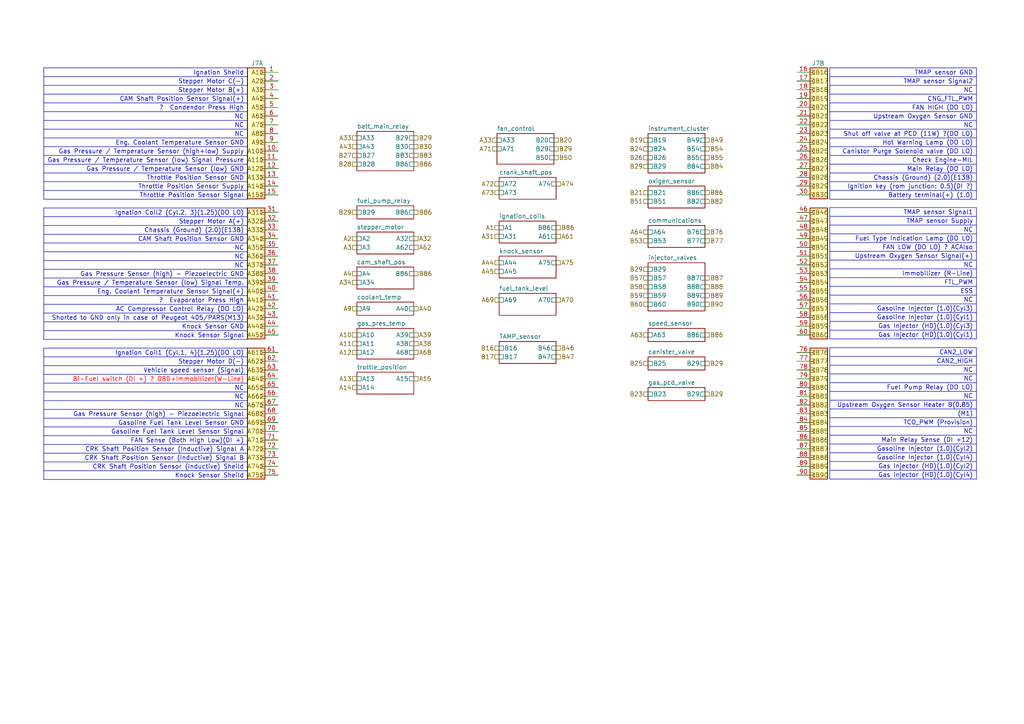
<source format=kicad_sch>
(kicad_sch (version 20250114) (generator "eeschema") (generator_version "9.0")
  (paper "A4")
  (lib_symbols
    (symbol "Conn_01x90_3Row_Socket_1" (pin_names (offset 1.016) (hide yes))
      (property "Reference" "J" (at 1.524 60.833 0))
      (property "Value" "Conn_01x90_3Row_Socket" (at 1.397 -61.214 0))
      (symbol "Conn_01x90_3Row_Socket_1_1_1"
        (pin passive line (at -4.318 58.42 0) (length 3.81) (name "A1") (number "1"))
        (pin passive line (at -4.318 55.88 0) (length 3.81) (name "A2") (number "2"))
        (pin passive line (at -4.318 53.34 0) (length 3.81) (name "A3") (number "3"))
        (pin passive line (at -4.318 50.8 0) (length 3.81) (name "A4") (number "4"))
        (pin passive line (at -4.318 48.26 0) (length 3.81) (name "A5") (number "5"))
        (pin passive line (at -4.318 45.72 0) (length 3.81) (name "A6") (number "6"))
        (pin passive line (at -4.318 43.18 0) (length 3.81) (name "A7") (number "7"))
        (pin passive line (at -4.318 40.64 0) (length 3.81) (name "A8") (number "8"))
        (pin passive line (at -4.318 38.1 0) (length 3.81) (name "A9") (number "9"))
        (pin passive line (at -4.318 35.56 0) (length 3.81) (name "A10") (number "10"))
        (pin passive line (at -4.318 33.02 0) (length 3.81) (name "A11") (number "11"))
        (pin passive line (at -4.318 30.48 0) (length 3.81) (name "A12") (number "12"))
        (pin passive line (at -4.318 27.94 0) (length 3.81) (name "A13") (number "13"))
        (pin passive line (at -4.318 25.4 0) (length 3.81) (name "A14") (number "14"))
        (pin passive line (at -4.318 22.86 0) (length 3.81) (name "A15") (number "15"))
        (pin passive line (at -4.318 17.78 0) (length 3.81) (name "A31") (number "31"))
        (pin passive line (at -4.318 15.24 0) (length 3.81) (name "A32") (number "32"))
        (pin passive line (at -4.318 12.7 0) (length 3.81) (name "A33") (number "33"))
        (pin passive line (at -4.318 10.16 0) (length 3.81) (name "A34") (number "34"))
        (pin passive line (at -4.318 7.62 0) (length 3.81) (name "A35") (number "35"))
        (pin passive line (at -4.318 5.08 0) (length 3.81) (name "A36") (number "36"))
        (pin passive line (at -4.318 2.54 0) (length 3.81) (name "A37") (number "37"))
        (pin passive line (at -4.318 0 0) (length 3.81) (name "A38") (number "38"))
        (pin passive line (at -4.318 -2.54 0) (length 3.81) (name "A39") (number "39"))
        (pin passive line (at -4.318 -5.08 0) (length 3.81) (name "A40") (number "40"))
        (pin passive line (at -4.318 -7.62 0) (length 3.81) (name "A41") (number "41"))
        (pin passive line (at -4.318 -10.16 0) (length 3.81) (name "A42") (number "42"))
        (pin passive line (at -4.318 -12.7 0) (length 3.81) (name "A43") (number "43"))
        (pin passive line (at -4.318 -15.24 0) (length 3.81) (name "A44") (number "44"))
        (pin passive line (at -4.318 -17.78 0) (length 3.81) (name "A45") (number "45"))
        (pin passive line (at -4.318 -22.86 0) (length 3.81) (name "A61") (number "61"))
        (pin passive line (at -4.318 -25.4 0) (length 3.81) (name "A62") (number "62"))
        (pin passive line (at -4.318 -27.94 0) (length 3.81) (name "A63") (number "63"))
        (pin passive line (at -4.318 -30.48 0) (length 3.81) (name "A64") (number "64"))
        (pin passive line (at -4.318 -33.02 0) (length 3.81) (name "A65") (number "65"))
        (pin passive line (at -4.318 -35.56 0) (length 3.81) (name "A66") (number "66"))
        (pin passive line (at -4.318 -38.1 0) (length 3.81) (name "A67") (number "67"))
        (pin passive line (at -4.318 -40.64 0) (length 3.81) (name "A68") (number "68"))
        (pin passive line (at -4.318 -43.18 0) (length 3.81) (name "A69") (number "69"))
        (pin passive line (at -4.318 -45.72 0) (length 3.81) (name "A70") (number "70"))
        (pin passive line (at -4.318 -48.26 0) (length 3.81) (name "A71") (number "71"))
        (pin passive line (at -4.318 -50.8 0) (length 3.81) (name "A72") (number "72"))
        (pin passive line (at -4.318 -53.34 0) (length 3.81) (name "A73") (number "73"))
        (pin passive line (at -4.318 -55.88 0) (length 3.81) (name "A74") (number "74"))
        (pin passive line (at -4.318 -58.42 0) (length 3.81) (name "A75") (number "75"))
      )
      (symbol "Conn_01x90_3Row_Socket_1_2_1"
        (pin passive line (at -4.318 58.42 0) (length 3.81) (name "B16") (number "16"))
        (pin passive line (at -4.318 55.88 0) (length 3.81) (name "B17") (number "17"))
        (pin passive line (at -4.318 53.34 0) (length 3.81) (name "B18") (number "18"))
        (pin passive line (at -4.318 50.8 0) (length 3.81) (name "B19") (number "19"))
        (pin passive line (at -4.318 48.26 0) (length 3.81) (name "B20") (number "20"))
        (pin passive line (at -4.318 45.72 0) (length 3.81) (name "B21") (number "21"))
        (pin passive line (at -4.318 43.18 0) (length 3.81) (name "B22") (number "22"))
        (pin passive line (at -4.318 40.64 0) (length 3.81) (name "B23") (number "23"))
        (pin passive line (at -4.318 38.1 0) (length 3.81) (name "B24") (number "24"))
        (pin passive line (at -4.318 35.56 0) (length 3.81) (name "B25") (number "25"))
        (pin passive line (at -4.318 33.02 0) (length 3.81) (name "B26") (number "26"))
        (pin passive line (at -4.318 30.48 0) (length 3.81) (name "B27") (number "27"))
        (pin passive line (at -4.318 27.94 0) (length 3.81) (name "B28") (number "28"))
        (pin passive line (at -4.318 25.4 0) (length 3.81) (name "B29") (number "29"))
        (pin passive line (at -4.318 22.86 0) (length 3.81) (name "B30") (number "30"))
        (pin passive line (at -4.318 17.78 0) (length 3.81) (name "B46") (number "46"))
        (pin passive line (at -4.318 15.24 0) (length 3.81) (name "B47") (number "47"))
        (pin passive line (at -4.318 12.7 0) (length 3.81) (name "B48") (number "48"))
        (pin passive line (at -4.318 10.16 0) (length 3.81) (name "B49") (number "49"))
        (pin passive line (at -4.318 7.62 0) (length 3.81) (name "B50") (number "50"))
        (pin passive line (at -4.318 5.08 0) (length 3.81) (name "B51") (number "51"))
        (pin passive line (at -4.318 2.54 0) (length 3.81) (name "B52") (number "52"))
        (pin passive line (at -4.318 0 0) (length 3.81) (name "B53") (number "53"))
        (pin passive line (at -4.318 -2.54 0) (length 3.81) (name "B54") (number "54"))
        (pin passive line (at -4.318 -5.08 0) (length 3.81) (name "B55") (number "55"))
        (pin passive line (at -4.318 -7.62 0) (length 3.81) (name "B56") (number "56"))
        (pin passive line (at -4.318 -10.16 0) (length 3.81) (name "B57") (number "57"))
        (pin passive line (at -4.318 -12.7 0) (length 3.81) (name "B58") (number "58"))
        (pin passive line (at -4.318 -15.24 0) (length 3.81) (name "B59") (number "59"))
        (pin passive line (at -4.318 -17.78 0) (length 3.81) (name "B60") (number "60"))
        (pin passive line (at -4.318 -22.86 0) (length 3.81) (name "B76") (number "76"))
        (pin passive line (at -4.318 -25.4 0) (length 3.81) (name "B77") (number "77"))
        (pin passive line (at -4.318 -27.94 0) (length 3.81) (name "B78") (number "78"))
        (pin passive line (at -4.318 -30.48 0) (length 3.81) (name "B79") (number "79"))
        (pin passive line (at -4.318 -33.02 0) (length 3.81) (name "B80") (number "80"))
        (pin passive line (at -4.318 -35.56 0) (length 3.81) (name "B81") (number "81"))
        (pin passive line (at -4.318 -38.1 0) (length 3.81) (name "B82") (number "82"))
        (pin passive line (at -4.318 -40.64 0) (length 3.81) (name "B83") (number "83"))
        (pin passive line (at -4.318 -43.18 0) (length 3.81) (name "B84") (number "84"))
        (pin passive line (at -4.318 -45.72 0) (length 3.81) (name "B85") (number "85"))
        (pin passive line (at -4.318 -48.26 0) (length 3.81) (name "B86") (number "86"))
        (pin passive line (at -4.318 -50.8 0) (length 3.81) (name "B87") (number "87"))
        (pin passive line (at -4.318 -53.34 0) (length 3.81) (name "B88") (number "88"))
        (pin passive line (at -4.318 -55.88 0) (length 3.81) (name "B89") (number "89"))
        (pin passive line (at -4.318 -58.42 0) (length 3.81) (name "B90") (number "90"))
      )
    )
    (symbol "sicma_socket:Conn_01x90_3Row_Socket" (pin_names (offset 1.016) (hide yes))
      (property "Reference" "J" (at 1.524 60.833 0))
      (property "Value" "Conn_01x90_3Row_Socket" (at 1.397 -61.214 0))
      (symbol "Conn_01x90_3Row_Socket_1_1"
        (pin passive line (at -4.318 58.42 0) (length 3.81) (name "A1") (number "1"))
        (pin passive line (at -4.318 55.88 0) (length 3.81) (name "A2") (number "2"))
        (pin passive line (at -4.318 53.34 0) (length 3.81) (name "A3") (number "3"))
        (pin passive line (at -4.318 50.8 0) (length 3.81) (name "A4") (number "4"))
        (pin passive line (at -4.318 48.26 0) (length 3.81) (name "A5") (number "5"))
        (pin passive line (at -4.318 45.72 0) (length 3.81) (name "A6") (number "6"))
        (pin passive line (at -4.318 43.18 0) (length 3.81) (name "A7") (number "7"))
        (pin passive line (at -4.318 40.64 0) (length 3.81) (name "A8") (number "8"))
        (pin passive line (at -4.318 38.1 0) (length 3.81) (name "A9") (number "9"))
        (pin passive line (at -4.318 35.56 0) (length 3.81) (name "A10") (number "10"))
        (pin passive line (at -4.318 33.02 0) (length 3.81) (name "A11") (number "11"))
        (pin passive line (at -4.318 30.48 0) (length 3.81) (name "A12") (number "12"))
        (pin passive line (at -4.318 27.94 0) (length 3.81) (name "A13") (number "13"))
        (pin passive line (at -4.318 25.4 0) (length 3.81) (name "A14") (number "14"))
        (pin passive line (at -4.318 22.86 0) (length 3.81) (name "A15") (number "15"))
        (pin passive line (at -4.318 17.78 0) (length 3.81) (name "A31") (number "31"))
        (pin passive line (at -4.318 15.24 0) (length 3.81) (name "A32") (number "32"))
        (pin passive line (at -4.318 12.7 0) (length 3.81) (name "A33") (number "33"))
        (pin passive line (at -4.318 10.16 0) (length 3.81) (name "A34") (number "34"))
        (pin passive line (at -4.318 7.62 0) (length 3.81) (name "A35") (number "35"))
        (pin passive line (at -4.318 5.08 0) (length 3.81) (name "A36") (number "36"))
        (pin passive line (at -4.318 2.54 0) (length 3.81) (name "A37") (number "37"))
        (pin passive line (at -4.318 0 0) (length 3.81) (name "A38") (number "38"))
        (pin passive line (at -4.318 -2.54 0) (length 3.81) (name "A39") (number "39"))
        (pin passive line (at -4.318 -5.08 0) (length 3.81) (name "A40") (number "40"))
        (pin passive line (at -4.318 -7.62 0) (length 3.81) (name "A41") (number "41"))
        (pin passive line (at -4.318 -10.16 0) (length 3.81) (name "A42") (number "42"))
        (pin passive line (at -4.318 -12.7 0) (length 3.81) (name "A43") (number "43"))
        (pin passive line (at -4.318 -15.24 0) (length 3.81) (name "A44") (number "44"))
        (pin passive line (at -4.318 -17.78 0) (length 3.81) (name "A45") (number "45"))
        (pin passive line (at -4.318 -22.86 0) (length 3.81) (name "A61") (number "61"))
        (pin passive line (at -4.318 -25.4 0) (length 3.81) (name "A62") (number "62"))
        (pin passive line (at -4.318 -27.94 0) (length 3.81) (name "A63") (number "63"))
        (pin passive line (at -4.318 -30.48 0) (length 3.81) (name "A64") (number "64"))
        (pin passive line (at -4.318 -33.02 0) (length 3.81) (name "A65") (number "65"))
        (pin passive line (at -4.318 -35.56 0) (length 3.81) (name "A66") (number "66"))
        (pin passive line (at -4.318 -38.1 0) (length 3.81) (name "A67") (number "67"))
        (pin passive line (at -4.318 -40.64 0) (length 3.81) (name "A68") (number "68"))
        (pin passive line (at -4.318 -43.18 0) (length 3.81) (name "A69") (number "69"))
        (pin passive line (at -4.318 -45.72 0) (length 3.81) (name "A70") (number "70"))
        (pin passive line (at -4.318 -48.26 0) (length 3.81) (name "A71") (number "71"))
        (pin passive line (at -4.318 -50.8 0) (length 3.81) (name "A72") (number "72"))
        (pin passive line (at -4.318 -53.34 0) (length 3.81) (name "A73") (number "73"))
        (pin passive line (at -4.318 -55.88 0) (length 3.81) (name "A74") (number "74"))
        (pin passive line (at -4.318 -58.42 0) (length 3.81) (name "A75") (number "75"))
      )
      (symbol "Conn_01x90_3Row_Socket_2_1"
        (pin passive line (at -4.318 58.42 0) (length 3.81) (name "B16") (number "16"))
        (pin passive line (at -4.318 55.88 0) (length 3.81) (name "B17") (number "17"))
        (pin passive line (at -4.318 53.34 0) (length 3.81) (name "B18") (number "18"))
        (pin passive line (at -4.318 50.8 0) (length 3.81) (name "B19") (number "19"))
        (pin passive line (at -4.318 48.26 0) (length 3.81) (name "B20") (number "20"))
        (pin passive line (at -4.318 45.72 0) (length 3.81) (name "B21") (number "21"))
        (pin passive line (at -4.318 43.18 0) (length 3.81) (name "B22") (number "22"))
        (pin passive line (at -4.318 40.64 0) (length 3.81) (name "B23") (number "23"))
        (pin passive line (at -4.318 38.1 0) (length 3.81) (name "B24") (number "24"))
        (pin passive line (at -4.318 35.56 0) (length 3.81) (name "B25") (number "25"))
        (pin passive line (at -4.318 33.02 0) (length 3.81) (name "B26") (number "26"))
        (pin passive line (at -4.318 30.48 0) (length 3.81) (name "B27") (number "27"))
        (pin passive line (at -4.318 27.94 0) (length 3.81) (name "B28") (number "28"))
        (pin passive line (at -4.318 25.4 0) (length 3.81) (name "B29") (number "29"))
        (pin passive line (at -4.318 22.86 0) (length 3.81) (name "B30") (number "30"))
        (pin passive line (at -4.318 17.78 0) (length 3.81) (name "B46") (number "46"))
        (pin passive line (at -4.318 15.24 0) (length 3.81) (name "B47") (number "47"))
        (pin passive line (at -4.318 12.7 0) (length 3.81) (name "B48") (number "48"))
        (pin passive line (at -4.318 10.16 0) (length 3.81) (name "B49") (number "49"))
        (pin passive line (at -4.318 7.62 0) (length 3.81) (name "B50") (number "50"))
        (pin passive line (at -4.318 5.08 0) (length 3.81) (name "B51") (number "51"))
        (pin passive line (at -4.318 2.54 0) (length 3.81) (name "B52") (number "52"))
        (pin passive line (at -4.318 0 0) (length 3.81) (name "B53") (number "53"))
        (pin passive line (at -4.318 -2.54 0) (length 3.81) (name "B54") (number "54"))
        (pin passive line (at -4.318 -5.08 0) (length 3.81) (name "B55") (number "55"))
        (pin passive line (at -4.318 -7.62 0) (length 3.81) (name "B56") (number "56"))
        (pin passive line (at -4.318 -10.16 0) (length 3.81) (name "B57") (number "57"))
        (pin passive line (at -4.318 -12.7 0) (length 3.81) (name "B58") (number "58"))
        (pin passive line (at -4.318 -15.24 0) (length 3.81) (name "B59") (number "59"))
        (pin passive line (at -4.318 -17.78 0) (length 3.81) (name "B60") (number "60"))
        (pin passive line (at -4.318 -22.86 0) (length 3.81) (name "B76") (number "76"))
        (pin passive line (at -4.318 -25.4 0) (length 3.81) (name "B77") (number "77"))
        (pin passive line (at -4.318 -27.94 0) (length 3.81) (name "B78") (number "78"))
        (pin passive line (at -4.318 -30.48 0) (length 3.81) (name "B79") (number "79"))
        (pin passive line (at -4.318 -33.02 0) (length 3.81) (name "B80") (number "80"))
        (pin passive line (at -4.318 -35.56 0) (length 3.81) (name "B81") (number "81"))
        (pin passive line (at -4.318 -38.1 0) (length 3.81) (name "B82") (number "82"))
        (pin passive line (at -4.318 -40.64 0) (length 3.81) (name "B83") (number "83"))
        (pin passive line (at -4.318 -43.18 0) (length 3.81) (name "B84") (number "84"))
        (pin passive line (at -4.318 -45.72 0) (length 3.81) (name "B85") (number "85"))
        (pin passive line (at -4.318 -48.26 0) (length 3.81) (name "B86") (number "86"))
        (pin passive line (at -4.318 -50.8 0) (length 3.81) (name "B87") (number "87"))
        (pin passive line (at -4.318 -53.34 0) (length 3.81) (name "B88") (number "88"))
        (pin passive line (at -4.318 -55.88 0) (length 3.81) (name "B89") (number "89"))
        (pin passive line (at -4.318 -58.42 0) (length 3.81) (name "B90") (number "90"))
      )
    )
  )
  (wire (pts (xy 234.95 122.555) (xy 231.14 122.555)))
  (wire (pts (xy 234.95 107.315) (xy 231.14 107.315)))
  (wire (pts (xy 234.95 127.635) (xy 231.14 127.635)))
  (wire (pts (xy 234.95 36.195) (xy 231.14 36.195)))
  (wire (pts (xy 76.835 69.215) (xy 80.645 69.215)))
  (wire (pts (xy 234.95 84.455) (xy 231.14 84.455)))
  (wire (pts (xy 76.835 33.655) (xy 80.645 33.655)))
  (wire (pts (xy 234.95 69.215) (xy 231.14 69.215)))
  (wire (pts (xy 234.95 92.075) (xy 231.14 92.075)))
  (wire (pts (xy 234.95 38.735) (xy 231.14 38.735)))
  (wire (pts (xy 234.95 26.035) (xy 231.14 26.035)))
  (wire (pts (xy 234.95 51.435) (xy 231.14 51.435)))
  (wire (pts (xy 76.835 135.255) (xy 80.645 135.255)))
  (wire (pts (xy 76.835 66.675) (xy 80.645 66.675)))
  (wire (pts (xy 234.95 117.475) (xy 231.14 117.475)))
  (wire (pts (xy 76.835 137.795) (xy 80.645 137.795)))
  (wire (pts (xy 234.95 94.615) (xy 231.14 94.615)))
  (wire (pts (xy 76.835 94.615) (xy 80.645 94.615)))
  (wire (pts (xy 76.835 125.095) (xy 80.645 125.095)))
  (wire (pts (xy 234.95 79.375) (xy 231.14 79.375)))
  (wire (pts (xy 76.835 46.355) (xy 80.645 46.355)))
  (wire (pts (xy 76.835 64.135) (xy 80.645 64.135)))
  (wire (pts (xy 76.835 76.835) (xy 80.645 76.835)))
  (wire (pts (xy 76.835 38.735) (xy 80.645 38.735)))
  (wire (pts (xy 76.835 86.995) (xy 80.645 86.995)))
  (wire (pts (xy 76.835 53.975) (xy 80.645 53.975)))
  (wire (pts (xy 234.95 137.795) (xy 231.14 137.795)))
  (wire (pts (xy 234.95 97.155) (xy 231.14 97.155)))
  (wire (pts (xy 76.835 104.775) (xy 80.645 104.775)))
  (wire (pts (xy 76.835 20.955) (xy 80.645 20.955)))
  (wire (pts (xy 76.835 41.275) (xy 80.645 41.275)))
  (wire (pts (xy 234.95 66.675) (xy 231.14 66.675)))
  (wire (pts (xy 76.835 92.075) (xy 80.645 92.075)))
  (wire (pts (xy 76.835 43.815) (xy 80.645 43.815)))
  (wire (pts (xy 234.95 20.955) (xy 231.14 20.955)))
  (wire (pts (xy 234.95 102.235) (xy 231.14 102.235)))
  (wire (pts (xy 234.95 135.255) (xy 231.14 135.255)))
  (wire (pts (xy 76.835 28.575) (xy 80.645 28.575)))
  (wire (pts (xy 234.95 86.995) (xy 231.14 86.995)))
  (wire (pts (xy 234.95 74.295) (xy 231.14 74.295)))
  (wire (pts (xy 76.835 127.635) (xy 80.645 127.635)))
  (wire (pts (xy 76.835 117.475) (xy 80.645 117.475)))
  (wire (pts (xy 187.96 55.88) (xy 187.96 58.42)))
  (wire (pts (xy 234.95 71.755) (xy 231.14 71.755)))
  (wire (pts (xy 234.95 43.815) (xy 231.14 43.815)))
  (wire (pts (xy 234.95 61.595) (xy 231.14 61.595)))
  (wire (pts (xy 76.835 107.315) (xy 80.645 107.315)))
  (wire (pts (xy 234.95 89.535) (xy 231.14 89.535)))
  (wire (pts (xy 76.835 114.935) (xy 80.645 114.935)))
  (wire (pts (xy 234.95 53.975) (xy 231.14 53.975)))
  (wire (pts (xy 234.95 104.775) (xy 231.14 104.775)))
  (wire (pts (xy 76.835 26.035) (xy 80.645 26.035)))
  (wire (pts (xy 76.835 23.495) (xy 80.645 23.495)))
  (wire (pts (xy 76.835 109.855) (xy 80.645 109.855)))
  (wire (pts (xy 234.95 81.915) (xy 231.14 81.915)))
  (wire (pts (xy 234.95 114.935) (xy 231.14 114.935)))
  (wire (pts (xy 234.95 64.135) (xy 231.14 64.135)))
  (wire (pts (xy 234.95 112.395) (xy 231.14 112.395)))
  (wire (pts (xy 76.835 89.535) (xy 80.645 89.535)))
  (wire (pts (xy 234.95 132.715) (xy 231.14 132.715)))
  (wire (pts (xy 234.95 48.895) (xy 231.14 48.895)))
  (wire (pts (xy 76.835 31.115) (xy 80.645 31.115)))
  (wire (pts (xy 76.835 122.555) (xy 80.645 122.555)))
  (wire (pts (xy 76.835 84.455) (xy 80.645 84.455)))
  (wire (pts (xy 76.835 81.915) (xy 80.645 81.915)))
  (wire (pts (xy 234.95 130.175) (xy 231.14 130.175)))
  (wire (pts (xy 234.95 46.355) (xy 231.14 46.355)))
  (wire (pts (xy 76.835 51.435) (xy 80.645 51.435)))
  (wire (pts (xy 234.95 28.575) (xy 231.14 28.575)))
  (wire (pts (xy 234.95 23.495) (xy 231.14 23.495)))
  (wire (pts (xy 76.835 120.015) (xy 80.645 120.015)))
  (wire (pts (xy 76.835 97.155) (xy 80.645 97.155)))
  (wire (pts (xy 234.95 41.275) (xy 231.14 41.275)))
  (wire (pts (xy 76.835 74.295) (xy 80.645 74.295)))
  (wire (pts (xy 76.835 71.755) (xy 80.645 71.755)))
  (wire (pts (xy 76.835 102.235) (xy 80.645 102.235)))
  (wire (pts (xy 76.835 79.375) (xy 80.645 79.375)))
  (wire (pts (xy 76.835 36.195) (xy 80.645 36.195)))
  (wire (pts (xy 234.95 120.015) (xy 231.14 120.015)))
  (wire (pts (xy 234.95 33.655) (xy 231.14 33.655)))
  (wire (pts (xy 234.95 76.835) (xy 231.14 76.835)))
  (wire (pts (xy 76.835 132.715) (xy 80.645 132.715)))
  (wire (pts (xy 76.835 130.175) (xy 80.645 130.175)))
  (wire (pts (xy 76.835 112.395) (xy 80.645 112.395)))
  (wire (pts (xy 76.835 48.895) (xy 80.645 48.895)))
  (wire (pts (xy 234.95 109.855) (xy 231.14 109.855)))
  (wire (pts (xy 76.835 61.595) (xy 80.645 61.595)))
  (wire (pts (xy 234.95 125.095) (xy 231.14 125.095)))
  (wire (pts (xy 76.835 56.515) (xy 80.645 56.515)))
  (wire (pts (xy 234.95 31.115) (xy 231.14 31.115)))
  (wire (pts (xy 234.95 56.515) (xy 231.14 56.515)))
  (table (column_count 1) (border (external yes) (header yes)) (separators (rows yes) (cols yes)) (column_widths 59.055) (row_heights 2.54 2.54 2.54 2.54 2.54 2.54 2.54 2.54 2.54 2.54 2.54 2.54 2.54 2.54 2.54) (cells (table_cell "Ignation Coil2 (Cyl.2, 3)(1.25)(DO LO)" (at 12.7 60.325 0) (size 59.055 2.54) (margins 0.9525 0.9525 0.9525 0.9525) (span 1 1)) (table_cell "Stepper Motor A(+)" (at 12.7 62.865 0) (size 59.055 2.54) (margins 0.9525 0.9525 0.9525 0.9525) (span 1 1)) (table_cell "Chassis (Ground) (2.0)(E13B)" (at 12.7 65.405 0) (size 59.055 2.54) (margins 0.9525 0.9525 0.9525 0.9525) (span 1 1)) (table_cell "CAM Shaft Position Sensor GND" (at 12.7 67.945 0) (size 59.055 2.54) (margins 0.9525 0.9525 0.9525 0.9525) (span 1 1)) (table_cell "NC" (at 12.7 70.485 0) (size 59.055 2.54) (margins 0.9525 0.9525 0.9525 0.9525) (span 1 1)) (table_cell "NC" (at 12.7 73.025 0) (size 59.055 2.54) (margins 0.9525 0.9525 0.9525 0.9525) (span 1 1)) (table_cell "NC" (at 12.7 75.565 0) (size 59.055 2.54) (margins 0.9525 0.9525 0.9525 0.9525) (span 1 1)) (table_cell "Gas Pressure Sensor (high) - Piezoelectric GND" (at 12.7 78.105 0) (size 59.055 2.54) (margins 0.9525 0.9525 0.9525 0.9525) (span 1 1)) (table_cell "Gas Pressure / Temperature Sensor (low) Signal Temp." (at 12.7 80.645 0) (size 59.055 2.54) (margins 0.9525 0.9525 0.9525 0.9525) (span 1 1)) (table_cell "Eng. Coolant Temperature Sensor Signal(+)" (at 12.7 83.185 0) (size 59.055 2.54) (margins 0.9525 0.9525 0.9525 0.9525) (span 1 1)) (table_cell "?  Evaporator Press High" (at 12.7 85.725 0) (size 59.055 2.54) (margins 0.9525 0.9525 0.9525 0.9525) (span 1 1)) (table_cell "AC Compressor Control Relay (DO LO)" (at 12.7 88.265 0) (size 59.055 2.54) (margins 0.9525 0.9525 0.9525 0.9525) (span 1 1)) (table_cell "Shorted to GND only in case of Peugeot 405/PARS(M13)" (at 12.7 90.805 0) (size 59.055 2.54) (margins 0.9525 0.9525 0.9525 0.9525) (span 1 1)) (table_cell "Knock Sensor GND" (at 12.7 93.345 0) (size 59.055 2.54) (margins 0.9525 0.9525 0.9525 0.9525) (span 1 1)) (table_cell "Knock Sensor Signal" (at 12.7 95.885 0) (size 59.055 2.54) (margins 0.9525 0.9525 0.9525 0.9525) (span 1 1))))
  (table (column_count 1) (border (external yes) (header no)) (separators (rows yes) (cols no)) (column_widths 59.055) (row_heights 2.54 2.54 2.54 2.54 2.54 2.54 2.54 2.54 2.54 2.54 2.54 2.54 2.54 2.54 2.54) (cells (table_cell "Ignation Sheild" (at 12.7 19.685 0) (size 59.055 2.54) (margins 0.9525 0.9525 0.9525 0.9525) (span 1 1)) (table_cell "Stepper Motor C(-)" (at 12.7 22.225 0) (size 59.055 2.54) (margins 0.9525 0.9525 0.9525 0.9525) (span 1 1)) (table_cell "Stepper Motor B(+)" (at 12.7 24.765 0) (size 59.055 2.54) (margins 0.9525 0.9525 0.9525 0.9525) (span 1 1)) (table_cell "CAM Shaft Position Sensor Signal(+)" (at 12.7 27.305 0) (size 59.055 2.54) (margins 0.9525 0.9525 0.9525 0.9525) (span 1 1)) (table_cell "?  Condendor Press High" (at 12.7 29.845 0) (size 59.055 2.54) (margins 0.9525 0.9525 0.9525 0.9525) (span 1 1)) (table_cell "NC" (at 12.7 32.385 0) (size 59.055 2.54) (margins 0.9525 0.9525 0.9525 0.9525) (span 1 1)) (table_cell "NC" (at 12.7 34.925 0) (size 59.055 2.54) (margins 0.9525 0.9525 0.9525 0.9525) (span 1 1)) (table_cell "NC" (at 12.7 37.465 0) (size 59.055 2.54) (margins 0.9525 0.9525 0.9525 0.9525) (span 1 1)) (table_cell "Eng. Coolant Temperature Sensor GND" (at 12.7 40.005 0) (size 59.055 2.54) (margins 0.9525 0.9525 0.9525 0.9525) (span 1 1)) (table_cell "Gas Pressure / Temperature Sensor (high+low) Supply" (at 12.7 42.545 0) (size 59.055 2.54) (margins 0.9525 0.9525 0.9525 0.9525) (span 1 1)) (table_cell "Gas Pressure / Temperature Sensor (low) Signal Pressure" (at 12.7 45.085 0) (size 59.055 2.54) (margins 0.9525 0.9525 0.9525 0.9525) (span 1 1)) (table_cell "Gas Pressure / Temperature Sensor (low) GND" (at 12.7 47.625 0) (size 59.055 2.54) (margins 0.9525 0.9525 0.9525 0.9525) (span 1 1)) (table_cell "Throttle Position Sensor GND" (at 12.7 50.165 0) (size 59.055 2.54) (margins 0.9525 0.9525 0.9525 0.9525) (span 1 1)) (table_cell "Throttle Position Sensor Supply" (at 12.7 52.705 0) (size 59.055 2.54) (margins 0.9525 0.9525 0.9525 0.9525) (span 1 1)) (table_cell "Throttle Position Sensor Signal" (at 12.7 55.245 0) (size 59.055 2.54) (margins 0.9525 0.9525 0.9525 0.9525) (span 1 1))))
  (table (column_count 1) (border (external yes) (header yes)) (separators (rows yes) (cols yes)) (column_widths 42.545) (row_heights 2.54 2.54 2.54 2.54 2.54 2.54 2.54 2.54 2.54 2.54 2.54 2.54 2.54 2.54 2.54) (cells (table_cell "TMAP sensor Signal1" (at 240.665 60.198 0) (size 42.545 2.54) (margins 0.9525 0.9525 0.9525 0.9525) (span 1 1)) (table_cell "TMAP sensor Supply" (at 240.665 62.738 0) (size 42.545 2.54) (margins 0.9525 0.9525 0.9525 0.9525) (span 1 1)) (table_cell "NC" (at 240.665 65.278 0) (size 42.545 2.54) (margins 0.9525 0.9525 0.9525 0.9525) (span 1 1)) (table_cell "Fuel Type Indication Lamp (DO LO)" (at 240.665 67.818 0) (size 42.545 2.54) (margins 0.9525 0.9525 0.9525 0.9525) (span 1 1)) (table_cell "FAN LOW (DO LO) ? ACAlso" (at 240.665 70.358 0) (size 42.545 2.54) (margins 0.9525 0.9525 0.9525 0.9525) (span 1 1)) (table_cell "Upstream Oxygen Sensor Signal(+)" (at 240.665 72.898 0) (size 42.545 2.54) (margins 0.9525 0.9525 0.9525 0.9525) (span 1 1)) (table_cell "NC" (at 240.665 75.438 0) (size 42.545 2.54) (margins 0.9525 0.9525 0.9525 0.9525) (span 1 1)) (table_cell "Immobilizer (R-Line)" (at 240.665 77.978 0) (size 42.545 2.54) (margins 0.9525 0.9525 0.9525 0.9525) (span 1 1)) (table_cell "FTL_PWM" (at 240.665 80.518 0) (size 42.545 2.54) (margins 0.9525 0.9525 0.9525 0.9525) (span 1 1)) (table_cell "ESS" (at 240.665 83.058 0) (size 42.545 2.54) (margins 0.9525 0.9525 0.9525 0.9525) (span 1 1)) (table_cell "NC" (at 240.665 85.598 0) (size 42.545 2.54) (margins 0.9525 0.9525 0.9525 0.9525) (span 1 1)) (table_cell "Gasoline Injector (1.0)(Cyl3)" (at 240.665 88.138 0) (size 42.545 2.54) (margins 0.9525 0.9525 0.9525 0.9525) (span 1 1)) (table_cell "Gasoline Injector (1.0)(Cyl1)" (at 240.665 90.678 0) (size 42.545 2.54) (margins 0.9525 0.9525 0.9525 0.9525) (span 1 1)) (table_cell "Gas Injector (HD)(1.0)(Cyl3)" (at 240.665 93.218 0) (size 42.545 2.54) (margins 0.9525 0.9525 0.9525 0.9525) (span 1 1)) (table_cell "Gas Injector (HD)(1.0)(Cyl1)" (at 240.665 95.758 0) (size 42.545 2.54) (margins 0.9525 0.9525 0.9525 0.9525) (span 1 1))))
  (table (column_count 1) (border (external yes) (header yes)) (separators (rows yes) (cols yes)) (column_widths 42.545) (row_heights 2.54 2.54 2.54 2.54 2.54 2.54 2.54 2.54 2.54 2.54 2.54 2.54 2.54 2.54 2.54) (cells (table_cell "TMAP sensor GND" (at 240.665 19.685 0) (size 42.545 2.54) (margins 0.9525 0.9525 0.9525 0.9525) (span 1 1)) (table_cell "TMAP sensor Signal2" (at 240.665 22.225 0) (size 42.545 2.54) (margins 0.9525 0.9525 0.9525 0.9525) (span 1 1)) (table_cell "NC" (at 240.665 24.765 0) (size 42.545 2.54) (margins 0.9525 0.9525 0.9525 0.9525) (span 1 1)) (table_cell "CNG_FTL_PWM" (at 240.665 27.305 0) (size 42.545 2.54) (margins 0.9525 0.9525 0.9525 0.9525) (span 1 1)) (table_cell "FAN HIGH (DO LO)" (at 240.665 29.845 0) (size 42.545 2.54) (margins 0.9525 0.9525 0.9525 0.9525) (span 1 1)) (table_cell "Upstream Oxygen Sensor GND" (at 240.665 32.385 0) (size 42.545 2.54) (margins 0.9525 0.9525 0.9525 0.9525) (span 1 1)) (table_cell "NC" (at 240.665 34.925 0) (size 42.545 2.54) (margins 0.9525 0.9525 0.9525 0.9525) (span 1 1)) (table_cell "Shut off valve at PCD (11W) ?(DO LO)" (at 240.665 37.465 0) (size 42.545 2.54) (margins 0.9525 0.9525 0.9525 0.9525) (span 1 1)) (table_cell "Hot Warning Lamp (DO LO)" (at 240.665 40.005 0) (size 42.545 2.54) (margins 0.9525 0.9525 0.9525 0.9525) (span 1 1)) (table_cell "Canistor Purge Solenoid valve (DO LO)" (at 240.665 42.545 0) (size 42.545 2.54) (margins 0.9525 0.9525 0.9525 0.9525) (span 1 1)) (table_cell "Check Engine-MIL" (at 240.665 45.085 0) (size 42.545 2.54) (margins 0.9525 0.9525 0.9525 0.9525) (span 1 1)) (table_cell "Main Relay (DO LO)" (at 240.665 47.625 0) (size 42.545 2.54) (margins 0.9525 0.9525 0.9525 0.9525) (span 1 1)) (table_cell "Chassis (Ground) (2.0)(E13B)" (at 240.665 50.165 0) (size 42.545 2.54) (margins 0.9525 0.9525 0.9525 0.9525) (span 1 1)) (table_cell "Ignition key (rom junction: 0.5)(DI ?)" (at 240.665 52.705 0) (size 42.545 2.54) (margins 0.9525 0.9525 0.9525 0.9525) (span 1 1)) (table_cell "Battery terminal(+) (1.0)" (at 240.665 55.245 0) (size 42.545 2.54) (margins 0.9525 0.9525 0.9525 0.9525) (span 1 1))))
  (table (column_count 1) (border (external yes) (header yes)) (separators (rows yes) (cols yes)) (column_widths 59.055) (row_heights 2.54 2.54 2.54 2.54 2.54 2.54 2.54 2.54 2.54 2.54 2.54 2.54 2.54 2.54 2.54) (cells (table_cell "Ignation Coil1 (Cyl.1, 4)(1.25)(DO LO)" (at 12.7 100.965 0) (size 59.055 2.54) (margins 0.9525 0.9525 0.9525 0.9525) (span 1 1)) (table_cell "Stepper Motor D(-)" (at 12.7 103.505 0) (size 59.055 2.54) (margins 0.9525 0.9525 0.9525 0.9525) (span 1 1)) (table_cell "Vehicle speed sensor (Signal)" (at 12.7 106.045 0) (size 59.055 2.54) (margins 0.9525 0.9525 0.9525 0.9525) (span 1 1)) (table_cell "Bi-Fuel switch (DI +) ? OBD+Immobilizer(W-Line)" (at 12.7 108.585 0) (size 59.055 2.54) (margins 0.9525 0.9525 0.9525 0.9525) (span 1 1)) (table_cell "NC" (at 12.7 111.125 0) (size 59.055 2.54) (margins 0.9525 0.9525 0.9525 0.9525) (span 1 1)) (table_cell "NC" (at 12.7 113.665 0) (size 59.055 2.54) (margins 0.9525 0.9525 0.9525 0.9525) (span 1 1)) (table_cell "NC" (at 12.7 116.205 0) (size 59.055 2.54) (margins 0.9525 0.9525 0.9525 0.9525) (span 1 1)) (table_cell "Gas Pressure Sensor (high) - Piezoelectric Signal" (at 12.7 118.745 0) (size 59.055 2.54) (margins 0.9525 0.9525 0.9525 0.9525) (span 1 1)) (table_cell "Gasoline Fuel Tank Level Sensor GND" (at 12.7 121.285 0) (size 59.055 2.54) (margins 0.9525 0.9525 0.9525 0.9525) (span 1 1)) (table_cell "Gasoline Fuel Tank Level Sensor Signal" (at 12.7 123.825 0) (size 59.055 2.54) (margins 0.9525 0.9525 0.9525 0.9525) (span 1 1)) (table_cell "FAN Sense (Both High Low)(DI +)" (at 12.7 126.365 0) (size 59.055 2.54) (margins 0.9525 0.9525 0.9525 0.9525) (span 1 1)) (table_cell "CRK Shaft Position Sensor (Inductive) Signal A" (at 12.7 128.905 0) (size 59.055 2.54) (margins 0.9525 0.9525 0.9525 0.9525) (span 1 1)) (table_cell "CRK Shaft Position Sensor (Inductive) Signal B" (at 12.7 131.445 0) (size 59.055 2.54) (margins 0.9525 0.9525 0.9525 0.9525) (span 1 1)) (table_cell "CRK Shaft Position Sensor (Inductive) Sheild" (at 12.7 133.985 0) (size 59.055 2.54) (margins 0.9525 0.9525 0.9525 0.9525) (span 1 1)) (table_cell "Knock Sensor Sheild" (at 12.7 136.525 0) (size 59.055 2.54) (margins 0.9525 0.9525 0.9525 0.9525) (span 1 1))))
  (table (column_count 1) (border (external yes) (header yes)) (separators (rows yes) (cols yes)) (column_widths 42.545) (row_heights 2.54 2.54 2.54 2.54 2.54 2.54 2.54 2.54 2.54 2.54 2.54 2.54 2.54 2.54 2.54) (cells (table_cell "CAN2_LOW" (at 240.665 100.838 0) (size 42.545 2.54) (margins 0.9525 0.9525 0.9525 0.9525) (span 1 1)) (table_cell "CAN2_HIGH" (at 240.665 103.378 0) (size 42.545 2.54) (margins 0.9525 0.9525 0.9525 0.9525) (span 1 1)) (table_cell "NC" (at 240.665 105.918 0) (size 42.545 2.54) (margins 0.9525 0.9525 0.9525 0.9525) (span 1 1)) (table_cell "NC" (at 240.665 108.458 0) (size 42.545 2.54) (margins 0.9525 0.9525 0.9525 0.9525) (span 1 1)) (table_cell "Fuel Pump Relay (DO LO)" (at 240.665 110.998 0) (size 42.545 2.54) (margins 0.9525 0.9525 0.9525 0.9525) (span 1 1)) (table_cell "NC" (at 240.665 113.538 0) (size 42.545 2.54) (margins 0.9525 0.9525 0.9525 0.9525) (span 1 1)) (table_cell "Upstream Oxygen Sensor Heater B(0.85)" (at 240.665 116.078 0) (size 42.545 2.54) (margins 0.9525 0.9525 0.9525 0.9525) (span 1 1)) (table_cell "(M1)" (at 240.665 118.618 0) (size 42.545 2.54) (margins 0.9525 0.9525 0.9525 0.9525) (span 1 1)) (table_cell "TCO_PWM (Provision)" (at 240.665 121.158 0) (size 42.545 2.54) (margins 0.9525 0.9525 0.9525 0.9525) (span 1 1)) (table_cell "NC" (at 240.665 123.698 0) (size 42.545 2.54) (margins 0.9525 0.9525 0.9525 0.9525) (span 1 1)) (table_cell "Main Relay Sense (DI +12)" (at 240.665 126.238 0) (size 42.545 2.54) (margins 0.9525 0.9525 0.9525 0.9525) (span 1 1)) (table_cell "Gasoline Injector (1.0)(Cyl2)" (at 240.665 128.778 0) (size 42.545 2.54) (margins 0.9525 0.9525 0.9525 0.9525) (span 1 1)) (table_cell "Gasoline Injector (1.0)(Cyl4)" (at 240.665 131.318 0) (size 42.545 2.54) (margins 0.9525 0.9525 0.9525 0.9525) (span 1 1)) (table_cell "Gas Injector (HD)(1.0)(Cyl2)" (at 240.665 133.858 0) (size 42.545 2.54) (margins 0.9525 0.9525 0.9525 0.9525) (span 1 1)) (table_cell "Gas Injector (HD)(1.0)(Cyl4)" (at 240.665 136.398 0) (size 42.545 2.54) (margins 0.9525 0.9525 0.9525 0.9525) (span 1 1))))
  (hierarchical_label "A71" (shape passive) (at 76.835 127.635 180))
  (hierarchical_label "A1" (shape passive) (at 144.78 66.04 180))
  (hierarchical_label "B86" (shape passive) (at 161.29 66.04 0))
  (hierarchical_label "B29" (shape passive) (at 160.655 43.18 0))
  (hierarchical_label "A13" (shape passive) (at 103.505 109.855 180))
  (hierarchical_label "B77" (shape passive) (at 234.95 104.775 0))
  (hierarchical_label "A73" (shape passive) (at 76.835 132.715 180))
  (hierarchical_label "B60" (shape passive) (at 234.95 97.155 0))
  (hierarchical_label "B55" (shape passive) (at 234.95 84.455 0))
  (hierarchical_label "A66" (shape passive) (at 76.835 114.935 180))
  (hierarchical_label "A65" (shape passive) (at 76.835 112.395 180))
  (hierarchical_label "B46" (shape passive) (at 161.29 100.965 0))
  (hierarchical_label "B51" (shape passive) (at 187.96 58.42 180))
  (hierarchical_label "B59" (shape passive) (at 234.95 94.615 0))
  (hierarchical_label "B87" (shape passive) (at 234.95 130.175 0))
  (hierarchical_label "A72" (shape passive) (at 76.835 130.175 180))
  (hierarchical_label "B87" (shape passive) (at 204.47 80.645 0))
  (hierarchical_label "B20" (shape passive) (at 160.655 40.64 0))
  (hierarchical_label "B54" (shape passive) (at 234.95 81.915 0))
  (hierarchical_label "B86" (shape passive) (at 120.015 47.625 0))
  (hierarchical_label "B89" (shape passive) (at 204.47 85.725 0))
  (hierarchical_label "B19" (shape passive) (at 187.96 40.64 180))
  (hierarchical_label "A71" (shape passive) (at 144.145 43.18 180))
  (hierarchical_label "A13" (shape passive) (at 76.835 51.435 180))
  (hierarchical_label "A62" (shape passive) (at 76.835 104.775 180))
  (hierarchical_label "B54" (shape passive) (at 204.47 43.18 0))
  (hierarchical_label "B85" (shape passive) (at 234.95 125.095 0))
  (hierarchical_label "A69" (shape passive) (at 144.78 86.995 180))
  (hierarchical_label "B81" (shape passive) (at 234.95 114.935 0))
  (hierarchical_label "B55" (shape passive) (at 204.47 45.72 0))
  (hierarchical_label "B57" (shape passive) (at 187.96 80.645 180))
  (hierarchical_label "B57" (shape passive) (at 234.95 89.535 0))
  (hierarchical_label "B88" (shape passive) (at 234.95 132.715 0))
  (hierarchical_label "B86" (shape passive) (at 234.95 127.635 0))
  (hierarchical_label "B25" (shape passive) (at 187.96 105.41 180))
  (hierarchical_label "A15" (shape passive) (at 120.015 109.855 0))
  (hierarchical_label "A33" (shape passive) (at 76.835 66.675 180))
  (hierarchical_label "A10" (shape passive) (at 103.505 97.155 180))
  (hierarchical_label "B26" (shape passive) (at 234.95 46.355 0))
  (hierarchical_label "B17" (shape passive) (at 144.78 103.505 180))
  (hierarchical_label "A8" (shape passive) (at 76.835 38.735 180))
  (hierarchical_label "B76" (shape passive) (at 234.95 102.235 0))
  (hierarchical_label "B29" (shape passive) (at 103.505 61.595 180))
  (hierarchical_label "B86" (shape passive) (at 120.015 79.375 0))
  (hierarchical_label "B77" (shape passive) (at 204.47 69.85 0))
  (hierarchical_label "A4" (shape passive) (at 103.505 79.375 180))
  (hierarchical_label "B58" (shape passive) (at 187.96 83.185 180))
  (hierarchical_label "B24" (shape passive) (at 234.95 41.275 0))
  (hierarchical_label "B23" (shape passive) (at 187.96 114.3 180))
  (hierarchical_label "A1" (shape passive) (at 76.835 20.955 180))
  (hierarchical_label "A40" (shape passive) (at 76.835 84.455 180))
  (hierarchical_label "B28" (shape passive) (at 234.95 51.435 0))
  (hierarchical_label "A69" (shape passive) (at 76.835 122.555 180))
  (hierarchical_label "B30" (shape passive) (at 234.95 56.515 0))
  (hierarchical_label "A10" (shape passive) (at 76.835 43.815 180))
  (hierarchical_label "B83" (shape passive) (at 234.95 120.015 0))
  (hierarchical_label "A73" (shape passive) (at 144.78 55.88 180))
  (hierarchical_label "B78" (shape passive) (at 234.95 107.315 0))
  (hierarchical_label "A43" (shape passive) (at 103.505 42.545 180))
  (hierarchical_label "B48" (shape passive) (at 234.95 66.675 0))
  (hierarchical_label "B29" (shape passive) (at 204.47 114.3 0))
  (hierarchical_label "A34" (shape passive) (at 76.835 69.215 180))
  (hierarchical_label "B84" (shape passive) (at 204.47 48.26 0))
  (hierarchical_label "B58" (shape passive) (at 234.95 92.075 0))
  (hierarchical_label "B86" (shape passive) (at 120.015 61.595 0))
  (hierarchical_label "B76" (shape passive) (at 204.47 67.31 0))
  (hierarchical_label "A33" (shape passive) (at 144.145 40.64 180))
  (hierarchical_label "B86" (shape passive) (at 204.47 97.155 0))
  (hierarchical_label "B82" (shape passive) (at 234.95 117.475 0))
  (hierarchical_label "A31" (shape passive) (at 76.835 61.595 180))
  (hierarchical_label "A3" (shape passive) (at 103.505 71.755 180))
  (hierarchical_label "B21" (shape passive) (at 187.96 55.88 180))
  (hierarchical_label "A39" (shape passive) (at 120.015 97.155 0))
  (hierarchical_label "A40" (shape passive) (at 120.015 89.535 0))
  (hierarchical_label "B60" (shape passive) (at 187.96 88.265 180))
  (hierarchical_label "B52" (shape passive) (at 234.95 76.835 0))
  (hierarchical_label "B56" (shape passive) (at 234.95 86.995 0))
  (hierarchical_label "A2" (shape passive) (at 76.835 23.495 180))
  (hierarchical_label "B80" (shape passive) (at 234.95 112.395 0))
  (hierarchical_label "A62" (shape passive) (at 120.015 71.755 0))
  (hierarchical_label "B22" (shape passive) (at 234.95 36.195 0))
  (hierarchical_label "A45" (shape passive) (at 76.835 97.155 180))
  (hierarchical_label "A36" (shape passive) (at 76.835 74.295 180))
  (hierarchical_label "B84" (shape passive) (at 234.95 122.555 0))
  (hierarchical_label "A38" (shape passive) (at 120.015 99.695 0))
  (hierarchical_label "A68" (shape passive) (at 120.015 102.235 0))
  (hierarchical_label "B19" (shape passive) (at 234.95 28.575 0))
  (hierarchical_label "A9" (shape passive) (at 76.835 41.275 180))
  (hierarchical_label "B89" (shape passive) (at 234.95 135.255 0))
  (hierarchical_label "B30" (shape passive) (at 120.015 42.545 0))
  (hierarchical_label "B49" (shape passive) (at 204.47 40.64 0))
  (hierarchical_label "B79" (shape passive) (at 234.95 109.855 0))
  (hierarchical_label "A38" (shape passive) (at 76.835 79.375 180))
  (hierarchical_label "A61" (shape passive) (at 161.29 68.58 0))
  (hierarchical_label "A44" (shape passive) (at 76.835 94.615 180))
  (hierarchical_label "A14" (shape passive) (at 76.835 53.975 180))
  (hierarchical_label "A63" (shape passive) (at 76.835 107.315 180))
  (hierarchical_label "A34" (shape passive) (at 103.505 81.915 180))
  (hierarchical_label "A45" (shape passive) (at 144.78 78.74 180))
  (hierarchical_label "A43" (shape passive) (at 76.835 92.075 180))
  (hierarchical_label "B28" (shape passive) (at 103.505 47.625 180))
  (hierarchical_label "A5" (shape passive) (at 76.835 31.115 180))
  (hierarchical_label "A37" (shape passive) (at 76.835 76.835 180))
  (hierarchical_label "A67" (shape passive) (at 76.835 117.475 180))
  (hierarchical_label "B50" (shape passive) (at 234.95 71.755 0))
  (hierarchical_label "A72" (shape passive) (at 144.78 53.34 180))
  (hierarchical_label "B27" (shape passive) (at 234.95 48.895 0))
  (hierarchical_label "B24" (shape passive) (at 187.96 43.18 180))
  (hierarchical_label "A41" (shape passive) (at 76.835 86.995 180))
  (hierarchical_label "A3" (shape passive) (at 76.835 26.035 180))
  (hierarchical_label "B53" (shape passive) (at 187.96 69.85 180))
  (hierarchical_label "A11" (shape passive) (at 76.835 46.355 180))
  (hierarchical_label "B17" (shape passive) (at 234.95 23.495 0))
  (hierarchical_label "A64" (shape passive) (at 187.96 67.31 180))
  (hierarchical_label "A15" (shape passive) (at 76.835 56.515 180))
  (hierarchical_label "A63" (shape passive) (at 187.96 97.155 180))
  (hierarchical_label "A70" (shape passive) (at 76.835 125.095 180))
  (hierarchical_label "B90" (shape passive) (at 204.47 88.265 0))
  (hierarchical_label "B86" (shape passive) (at 204.47 55.88 0))
  (hierarchical_label "A74" (shape passive) (at 161.29 53.34 0))
  (hierarchical_label "B21" (shape passive) (at 234.95 33.655 0))
  (hierarchical_label "B25" (shape passive) (at 234.95 43.815 0))
  (hierarchical_label "A35" (shape passive) (at 76.835 71.755 180))
  (hierarchical_label "A12" (shape passive) (at 103.505 102.235 180))
  (hierarchical_label "A68" (shape passive) (at 76.835 120.015 180))
  (hierarchical_label "A14" (shape passive) (at 103.505 112.395 180))
  (hierarchical_label "B47" (shape passive) (at 234.95 64.135 0))
  (hierarchical_label "A64" (shape passive) (at 76.835 109.855 180))
  (hierarchical_label "B26" (shape passive) (at 187.96 45.72 180))
  (hierarchical_label "B59" (shape passive) (at 187.96 85.725 180))
  (hierarchical_label "A32" (shape passive) (at 120.015 69.215 0))
  (hierarchical_label "A61" (shape passive) (at 76.835 102.235 180))
  (hierarchical_label "A32" (shape passive) (at 76.835 64.135 180))
  (hierarchical_label "A6" (shape passive) (at 76.835 33.655 180))
  (hierarchical_label "B16" (shape passive) (at 144.78 100.965 180))
  (hierarchical_label "B88" (shape passive) (at 204.47 83.185 0))
  (hierarchical_label "B82" (shape passive) (at 204.47 58.42 0))
  (hierarchical_label "B27" (shape passive) (at 103.505 45.085 180))
  (hierarchical_label "B29" (shape passive) (at 204.47 105.41 0))
  (hierarchical_label "A7" (shape passive) (at 76.835 36.195 180))
  (hierarchical_label "A31" (shape passive) (at 144.78 68.58 180))
  (hierarchical_label "A9" (shape passive) (at 103.505 89.535 180))
  (hierarchical_label "A70" (shape passive) (at 161.29 86.995 0))
  (hierarchical_label "A2" (shape passive) (at 103.505 69.215 180))
  (hierarchical_label "A42" (shape passive) (at 76.835 89.535 180))
  (hierarchical_label "A44" (shape passive) (at 144.78 76.2 180))
  (hierarchical_label "B29" (shape passive) (at 120.015 40.005 0))
  (hierarchical_label "B29" (shape passive) (at 187.96 78.105 180))
  (hierarchical_label "B20" (shape passive) (at 234.95 31.115 0))
  (hierarchical_label "B16" (shape passive) (at 234.95 20.955 0))
  (hierarchical_label "B47" (shape passive) (at 161.29 103.505 0))
  (hierarchical_label "A33" (shape passive) (at 103.505 40.005 180))
  (hierarchical_label "B53" (shape passive) (at 234.95 79.375 0))
  (hierarchical_label "B49" (shape passive) (at 234.95 69.215 0))
  (hierarchical_label "A75" (shape passive) (at 161.29 76.2 0))
  (hierarchical_label "B29" (shape passive) (at 234.95 53.975 0))
  (hierarchical_label "B51" (shape passive) (at 234.95 74.295 0))
  (hierarchical_label "A11" (shape passive) (at 103.505 99.695 180))
  (hierarchical_label "B46" (shape passive) (at 234.95 61.595 0))
  (hierarchical_label "A39" (shape passive) (at 76.835 81.915 180))
  (hierarchical_label "A74" (shape passive) (at 76.835 135.255 180))
  (hierarchical_label "B83" (shape passive) (at 120.015 45.085 0))
  (hierarchical_label "B90" (shape passive) (at 234.95 137.795 0))
  (hierarchical_label "A12" (shape passive) (at 76.835 48.895 180))
  (hierarchical_label "B23" (shape passive) (at 234.95 38.735 0))
  (hierarchical_label "B18" (shape passive) (at 234.95 26.035 0))
  (hierarchical_label "A75" (shape passive) (at 76.835 137.795 180))
  (hierarchical_label "B29" (shape passive) (at 187.96 48.26 180))
  (hierarchical_label "B50" (shape passive) (at 160.655 45.72 0))
  (hierarchical_label "A4" (shape passive) (at 76.835 28.575 180))
  (symbol (lib_name "Conn_01x90_3Row_Socket_1") (lib_id "sicma_socket:Conn_01x90_3Row_Socket") (at 76.327 79.375 0) (mirror y) (unit 1)
    (property "Reference" "J7" (at 76.327 18.3514 0) (effects (justify left)))
    (property "Value" "Conn_01x90_3Row_Socket" (effects (hide yes)))
    (property "Description" "\"Duble connector, triple row, 03x30, unit letter first pin numbering scheme (pin number form 1 to 90\"" (effects (hide yes)))
  )
  (symbol (lib_id "sicma_socket:Conn_01x90_3Row_Socket") (at 235.458 79.375 0) (unit 2)
    (property "Reference" "J7" (at 235.458 18.3514 0) (effects (justify left)))
    (property "Value" "Conn_01x90_3Row_Socket" (effects (hide yes)))
    (property "Description" "\"Duble connector, triple row, 03x30, unit letter first pin numbering scheme (pin number form 1 to 90\"" (effects (hide yes)))
  )
  (sheet (at 103.505 95.25) (size 16.51 8.89) (stroke (width 0.1524))
    (property "Sheetname" "gas_pres_temp" (at 103.505 94.5384 0) (effects (justify left bottom)))
    (property "Sheetfile" "gas_pres_temp.kicad_sch" (effects (hide yes)))
    (pin "A10" passive (at 103.505 97.155 180))
    (pin "A11" passive (at 103.505 99.695 180))
    (pin "A38" passive (at 120.015 99.695 0))
    (pin "A39" passive (at 120.015 97.155 0))
    (pin "A68" passive (at 120.015 102.235 0))
    (pin "A12" passive (at 103.505 102.235 180))
  )
  (sheet (at 187.96 65.405) (size 16.51 6.35) (stroke (width 0.1524))
    (property "Sheetname" "communications" (at 187.96 64.6934 0) (effects (justify left bottom)))
    (property "Sheetfile" "communications.kicad_sch" (effects (hide yes)))
    (pin "A64" passive (at 187.96 67.31 180))
    (pin "B53" passive (at 187.96 69.85 180))
    (pin "B76" passive (at 204.47 67.31 0))
    (pin "B77" passive (at 204.47 69.85 0))
  )
  (sheet (at 187.96 38.735) (size 16.51 11.43) (stroke (width 0.1524))
    (property "Sheetname" "instrument_cluster" (at 187.96 38.0234 0) (effects (justify left bottom)))
    (property "Sheetfile" "instrument_cluster.kicad_sch" (effects (hide yes)))
    (pin "B49" passive (at 204.47 40.64 0))
    (pin "B54" passive (at 204.47 43.18 0))
    (pin "B55" passive (at 204.47 45.72 0))
    (pin "B84" passive (at 204.47 48.26 0))
    (pin "B19" passive (at 187.96 40.64 180))
    (pin "B24" passive (at 187.96 43.18 180))
    (pin "B26" passive (at 187.96 45.72 180))
    (pin "B29" passive (at 187.96 48.26 180))
  )
  (sheet (at 103.505 77.47) (size 16.51 6.35) (stroke (width 0.1524))
    (property "Sheetname" "cam_shaft_pos" (at 103.505 76.7584 0) (effects (justify left bottom)))
    (property "Sheetfile" "cam_shaft_pos.kicad_sch" (effects (hide yes)))
    (pin "A4" passive (at 103.505 79.375 180))
    (pin "A34" passive (at 103.505 81.915 180))
    (pin "B86" passive (at 120.015 79.375 0))
  )
  (sheet (at 187.96 76.2) (size 16.51 13.97) (stroke (width 0.1524))
    (property "Sheetname" "injector_valves" (at 187.96 75.4884 0) (effects (justify left bottom)))
    (property "Sheetfile" "injector_valves.kicad_sch" (effects (hide yes)))
    (pin "B29" passive (at 187.96 78.105 180))
    (pin "B57" passive (at 187.96 80.645 180))
    (pin "B58" passive (at 187.96 83.185 180))
    (pin "B59" passive (at 187.96 85.725 180))
    (pin "B60" passive (at 187.96 88.265 180))
    (pin "B87" passive (at 204.47 80.645 0))
    (pin "B88" passive (at 204.47 83.185 0))
    (pin "B89" passive (at 204.47 85.725 0))
    (pin "B90" passive (at 204.47 88.265 0))
  )
  (sheet (at 187.96 103.505) (size 16.51 3.81) (stroke (width 0.1524))
    (property "Sheetname" "canister_valve" (at 187.96 102.7934 0) (effects (justify left bottom)))
    (property "Sheetfile" "canister_valve.kicad_sch" (effects (hide yes)))
    (pin "B25" passive (at 187.96 105.41 180))
    (pin "B29" passive (at 204.47 105.41 0))
  )
  (sheet (at 144.78 64.135) (size 16.51 6.35) (stroke (width 0.1524))
    (property "Sheetname" "ignation_coils" (at 144.78 63.4234 0) (effects (justify left bottom)))
    (property "Sheetfile" "ignation_coils.kicad_sch" (effects (hide yes)))
    (pin "A31" passive (at 144.78 68.58 180))
    (pin "A61" passive (at 161.29 68.58 0))
    (pin "B86" passive (at 161.29 66.04 0))
    (pin "A1" passive (at 144.78 66.04 180))
  )
  (sheet (at 103.505 38.1) (size 16.51 11.43) (stroke (width 0.1524))
    (property "Sheetname" "batt_main_relay" (at 103.505 37.3884 0) (effects (justify left bottom)))
    (property "Sheetfile" "batt_main_relay.kicad_sch" (effects (hide yes)))
    (pin "A33" passive (at 103.505 40.005 180))
    (pin "B27" passive (at 103.505 45.085 180))
    (pin "B28" passive (at 103.505 47.625 180))
    (pin "B30" passive (at 120.015 42.545 0))
    (pin "A43" passive (at 103.505 42.545 180))
    (pin "B29" passive (at 120.015 40.005 0))
    (pin "B86" passive (at 120.015 47.625 0))
    (pin "B83" passive (at 120.015 45.085 0))
  )
  (sheet (at 103.505 67.31) (size 16.51 6.35) (stroke (width 0.1524))
    (property "Sheetname" "stepper_motor" (at 103.505 66.5984 0) (effects (justify left bottom)))
    (property "Sheetfile" "stepper_motor.kicad_sch" (effects (hide yes)))
    (pin "A2" passive (at 103.505 69.215 180))
    (pin "A3" passive (at 103.505 71.755 180))
    (pin "A32" passive (at 120.015 69.215 0))
    (pin "A62" passive (at 120.015 71.755 0))
  )
  (sheet (at 187.96 95.25) (size 16.51 3.81) (stroke (width 0.1524))
    (property "Sheetname" "speed_sensor" (at 187.96 94.5384 0) (effects (justify left bottom)))
    (property "Sheetfile" "speed_sensor.kicad_sch" (effects (hide yes)))
    (pin "A63" passive (at 187.96 97.155 180))
    (pin "B86" passive (at 204.47 97.155 0))
  )
  (sheet (at 144.145 38.735) (size 16.51 8.89) (stroke (width 0.1524))
    (property "Sheetname" "fan_control" (at 144.145 38.0234 0) (effects (justify left bottom)))
    (property "Sheetfile" "fan_control.kicad_sch" (effects (hide yes)))
    (pin "A33" passive (at 144.145 40.64 180))
    (pin "A71" passive (at 144.145 43.18 180))
    (pin "B20" passive (at 160.655 40.64 0))
    (pin "B29" passive (at 160.655 43.18 0))
    (pin "B50" passive (at 160.655 45.72 0))
  )
  (sheet (at 144.78 51.435) (size 16.51 6.35) (stroke (width 0.1524))
    (property "Sheetname" "crank_shaft_pos" (at 144.78 50.7234 0) (effects (justify left bottom)))
    (property "Sheetfile" "crank_shaft_pos.kicad_sch" (effects (hide yes)))
    (pin "A72" passive (at 144.78 53.34 180))
    (pin "A73" passive (at 144.78 55.88 180))
    (pin "A74" passive (at 161.29 53.34 0))
  )
  (sheet (at 144.78 99.06) (size 16.51 6.35) (stroke (width 0.1524))
    (property "Sheetname" "TAMP_sensor" (at 144.78 98.3484 0) (effects (justify left bottom)))
    (property "Sheetfile" "TAMP_sensor.kicad_sch" (effects (hide yes)))
    (pin "B16" passive (at 144.78 100.965 180))
    (pin "B17" passive (at 144.78 103.505 180))
    (pin "B46" passive (at 161.29 100.965 0))
    (pin "B47" passive (at 161.29 103.505 0))
  )
  (sheet (at 187.96 53.975) (size 16.51 6.35) (stroke (width 0.1524))
    (property "Sheetname" "oxigen_sensor" (at 187.96 53.2634 0) (effects (justify left bottom)))
    (property "Sheetfile" "oxigen_sensor.kicad_sch" (effects (hide yes)))
    (pin "B51" passive (at 187.96 58.42 180))
    (pin "B82" passive (at 204.47 58.42 0))
    (pin "B21" passive (at 187.96 55.88 180))
    (pin "B86" passive (at 204.47 55.88 0))
  )
  (sheet (at 144.78 74.295) (size 16.51 6.35) (stroke (width 0.1524))
    (property "Sheetname" "knock_sensor" (at 144.78 73.5834 0) (effects (justify left bottom)))
    (property "Sheetfile" "knock_sensor.kicad_sch" (effects (hide yes)))
    (pin "A44" passive (at 144.78 76.2 180))
    (pin "A45" passive (at 144.78 78.74 180))
    (pin "A75" passive (at 161.29 76.2 0))
  )
  (sheet (at 144.78 85.09) (size 16.51 6.35) (stroke (width 0.1524))
    (property "Sheetname" "fuel_tank_level" (at 144.78 84.3784 0) (effects (justify left bottom)))
    (property "Sheetfile" "fuel_tank_level.kicad_sch" (effects (hide yes)))
    (pin "A69" passive (at 144.78 86.995 180))
    (pin "A70" passive (at 161.29 86.995 0))
  )
  (sheet (at 103.505 59.69) (size 16.51 3.81) (stroke (width 0.1524))
    (property "Sheetname" "fuel_pump_relay" (at 103.505 58.9784 0) (effects (justify left bottom)))
    (property "Sheetfile" "fuel_pump_relay.kicad_sch" (effects (hide yes)))
    (pin "B86" passive (at 120.015 61.595 0))
    (pin "B29" passive (at 103.505 61.595 180))
  )
  (sheet (at 103.505 107.95) (size 16.51 6.35) (stroke (width 0.1524))
    (property "Sheetname" "trottle_position" (at 103.505 107.2384 0) (effects (justify left bottom)))
    (property "Sheetfile" "trottle_position.kicad_sch" (effects (hide yes)))
    (pin "A13" passive (at 103.505 109.855 180))
    (pin "A14" passive (at 103.505 112.395 180))
    (pin "A15" passive (at 120.015 109.855 0))
  )
  (sheet (at 187.96 112.395) (size 16.51 3.81) (stroke (width 0.1524))
    (property "Sheetname" "gas_pcd_valve" (at 187.96 111.6834 0) (effects (justify left bottom)))
    (property "Sheetfile" "blank.kicad_sch" (effects (hide yes)))
    (pin "B23" passive (at 187.96 114.3 180))
    (pin "B29" passive (at 204.47 114.3 0))
  )
  (sheet (at 103.505 87.63) (size 16.51 3.81) (stroke (width 0.1524))
    (property "Sheetname" "coolant_temp" (at 103.505 86.9184 0) (effects (justify left bottom)))
    (property "Sheetfile" "coolant_temp.kicad_sch" (effects (hide yes)))
    (pin "A9" passive (at 103.505 89.535 180))
    (pin "A40" passive (at 120.015 89.535 0))
  )
)
</source>
